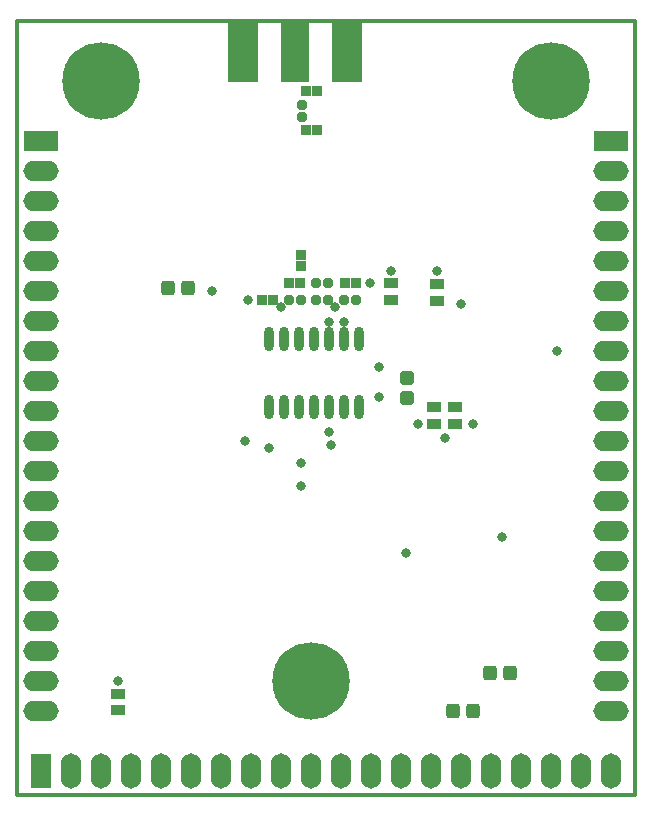
<source format=gts>
G04 Layer_Color=8388736*
%FSLAX25Y25*%
%MOIN*%
G70*
G01*
G75*
%ADD26C,0.01181*%
%ADD39R,0.09816X0.20800*%
%ADD40R,0.10308X0.20800*%
%ADD41R,0.04540X0.03753*%
%ADD42R,0.03320X0.03320*%
G04:AMPARAMS|DCode=43|XSize=31.62mil|YSize=31.62mil|CornerRadius=6.36mil|HoleSize=0mil|Usage=FLASHONLY|Rotation=270.000|XOffset=0mil|YOffset=0mil|HoleType=Round|Shape=RoundedRectangle|*
%AMROUNDEDRECTD43*
21,1,0.03162,0.01890,0,0,270.0*
21,1,0.01890,0.03162,0,0,270.0*
1,1,0.01272,-0.00945,-0.00945*
1,1,0.01272,-0.00945,0.00945*
1,1,0.01272,0.00945,0.00945*
1,1,0.01272,0.00945,-0.00945*
%
%ADD43ROUNDEDRECTD43*%
%ADD44O,0.03359X0.08083*%
%ADD45R,0.03320X0.03320*%
G04:AMPARAMS|DCode=46|XSize=31.62mil|YSize=31.62mil|CornerRadius=6.36mil|HoleSize=0mil|Usage=FLASHONLY|Rotation=180.000|XOffset=0mil|YOffset=0mil|HoleType=Round|Shape=RoundedRectangle|*
%AMROUNDEDRECTD46*
21,1,0.03162,0.01890,0,0,180.0*
21,1,0.01890,0.03162,0,0,180.0*
1,1,0.01272,-0.00945,0.00945*
1,1,0.01272,0.00945,0.00945*
1,1,0.01272,0.00945,-0.00945*
1,1,0.01272,-0.00945,-0.00945*
%
%ADD46ROUNDEDRECTD46*%
G04:AMPARAMS|DCode=47|XSize=47.37mil|YSize=43.43mil|CornerRadius=8.43mil|HoleSize=0mil|Usage=FLASHONLY|Rotation=90.000|XOffset=0mil|YOffset=0mil|HoleType=Round|Shape=RoundedRectangle|*
%AMROUNDEDRECTD47*
21,1,0.04737,0.02657,0,0,90.0*
21,1,0.03051,0.04343,0,0,90.0*
1,1,0.01686,0.01329,0.01526*
1,1,0.01686,0.01329,-0.01526*
1,1,0.01686,-0.01329,-0.01526*
1,1,0.01686,-0.01329,0.01526*
%
%ADD47ROUNDEDRECTD47*%
G04:AMPARAMS|DCode=48|XSize=47.37mil|YSize=43.43mil|CornerRadius=8.43mil|HoleSize=0mil|Usage=FLASHONLY|Rotation=180.000|XOffset=0mil|YOffset=0mil|HoleType=Round|Shape=RoundedRectangle|*
%AMROUNDEDRECTD48*
21,1,0.04737,0.02657,0,0,180.0*
21,1,0.03051,0.04343,0,0,180.0*
1,1,0.01686,-0.01526,0.01329*
1,1,0.01686,0.01526,0.01329*
1,1,0.01686,0.01526,-0.01329*
1,1,0.01686,-0.01526,-0.01329*
%
%ADD48ROUNDEDRECTD48*%
%ADD49C,0.25800*%
%ADD50R,0.11800X0.06800*%
%ADD51O,0.11800X0.06800*%
%ADD52R,0.06800X0.11800*%
%ADD53O,0.06800X0.11800*%
%ADD54C,0.03200*%
D26*
X286500Y216000D02*
Y474000D01*
X492500D01*
Y216000D02*
Y474000D01*
X286500Y216000D02*
X492500D01*
D39*
X379000Y464000D02*
D03*
D40*
X396254D02*
D03*
X361746D02*
D03*
D41*
X320000Y249756D02*
D03*
Y244244D02*
D03*
X411000Y386512D02*
D03*
Y381000D02*
D03*
X426500Y386256D02*
D03*
Y380744D02*
D03*
X425500Y339744D02*
D03*
Y345256D02*
D03*
X432500Y339744D02*
D03*
Y345256D02*
D03*
D42*
X371811Y381000D02*
D03*
X368189D02*
D03*
X377189Y386500D02*
D03*
X380811D02*
D03*
X395689D02*
D03*
X399311D02*
D03*
X382689Y450500D02*
D03*
X386311D02*
D03*
X382878Y437500D02*
D03*
X386500D02*
D03*
D43*
X380968Y381000D02*
D03*
X377031D02*
D03*
X386032D02*
D03*
X389968D02*
D03*
Y386500D02*
D03*
X386032D02*
D03*
X395532Y381000D02*
D03*
X399468D02*
D03*
D44*
X400500Y367819D02*
D03*
X395500D02*
D03*
X390500D02*
D03*
X385500D02*
D03*
X380500D02*
D03*
X375500D02*
D03*
X370500D02*
D03*
X400500Y345181D02*
D03*
X395500D02*
D03*
X390500D02*
D03*
X385500D02*
D03*
X380500D02*
D03*
X375500D02*
D03*
X370500D02*
D03*
D45*
X381000Y392189D02*
D03*
Y395811D02*
D03*
D46*
X381500Y442031D02*
D03*
Y445968D02*
D03*
D47*
X431653Y244000D02*
D03*
X438346D02*
D03*
X450693Y256500D02*
D03*
X444000D02*
D03*
X336807Y385000D02*
D03*
X343500D02*
D03*
D48*
X416500Y348153D02*
D03*
Y354847D02*
D03*
D49*
X384500Y254000D02*
D03*
X314500Y454000D02*
D03*
X464500D02*
D03*
D50*
X294500Y434000D02*
D03*
X484500D02*
D03*
D51*
X294500Y424000D02*
D03*
Y414000D02*
D03*
Y404000D02*
D03*
Y394000D02*
D03*
Y384000D02*
D03*
Y374000D02*
D03*
Y364000D02*
D03*
Y354000D02*
D03*
Y344000D02*
D03*
Y334000D02*
D03*
Y324000D02*
D03*
Y314000D02*
D03*
Y304000D02*
D03*
Y294000D02*
D03*
Y284000D02*
D03*
Y274000D02*
D03*
Y264000D02*
D03*
Y254000D02*
D03*
Y244000D02*
D03*
X484500Y424000D02*
D03*
Y414000D02*
D03*
Y404000D02*
D03*
Y394000D02*
D03*
Y384000D02*
D03*
Y374000D02*
D03*
Y364000D02*
D03*
Y354000D02*
D03*
Y344000D02*
D03*
Y334000D02*
D03*
Y324000D02*
D03*
Y314000D02*
D03*
Y304000D02*
D03*
Y294000D02*
D03*
Y284000D02*
D03*
Y274000D02*
D03*
Y264000D02*
D03*
Y254000D02*
D03*
Y244000D02*
D03*
D52*
X294500Y224000D02*
D03*
D53*
X304500D02*
D03*
X314500D02*
D03*
X324500D02*
D03*
X334500D02*
D03*
X344500D02*
D03*
X354500D02*
D03*
X364500D02*
D03*
X374500D02*
D03*
X384500D02*
D03*
X394500D02*
D03*
X404500D02*
D03*
X414500D02*
D03*
X424500D02*
D03*
X434500D02*
D03*
X444500D02*
D03*
X454500D02*
D03*
X464500D02*
D03*
X474500D02*
D03*
X484500D02*
D03*
D54*
X407000Y358500D02*
D03*
Y348500D02*
D03*
X320000Y254000D02*
D03*
X404000Y386500D02*
D03*
X411000Y390500D02*
D03*
X426500D02*
D03*
X429000Y335000D02*
D03*
X438500Y339500D02*
D03*
X420000D02*
D03*
X466500Y364000D02*
D03*
X434500Y379500D02*
D03*
X448000Y302000D02*
D03*
X416000Y296500D02*
D03*
X391000Y332500D02*
D03*
X362500Y334000D02*
D03*
X370500Y331500D02*
D03*
X390500Y337000D02*
D03*
X381000Y326500D02*
D03*
Y319000D02*
D03*
X390500Y373500D02*
D03*
X395500D02*
D03*
X351500Y384000D02*
D03*
X374500Y378500D02*
D03*
X392500D02*
D03*
X363500Y381000D02*
D03*
M02*

</source>
